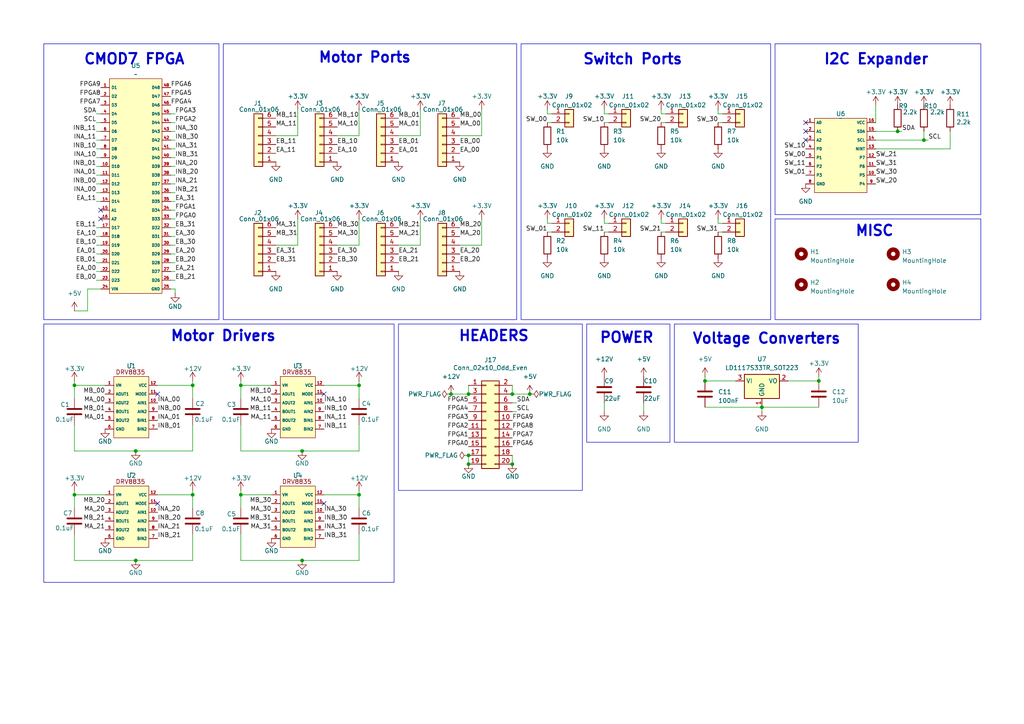
<source format=kicad_sch>
(kicad_sch (version 20231120) (generator "eeschema") (generator_version "8.0")
  (paper "A4")
  (junction (at 69.85 111.76))
  (junction (at 135.89 134.62))
  (junction (at 148.59 114.3))
  (junction (at 153.67 114.3))
  (junction (at 39.37 130.81))
  (junction (at 87.63 130.81))
  (junction (at 69.85 143.51))
  (junction (at 220.98 118.11))
  (junction (at 104.14 143.51))
  (junction (at 104.14 111.76))
  (junction (at 21.59 143.51))
  (junction (at 267.97 40.64))
  (junction (at 204.47 110.49))
  (junction (at 55.88 111.76))
  (junction (at 148.59 134.62))
  (junction (at 130.81 114.3))
  (junction (at 39.37 162.56))
  (junction (at 55.88 143.51))
  (junction (at 237.49 110.49))
  (junction (at 87.63 162.56))
  (junction (at 135.89 114.3))
  (junction (at 21.59 111.76))
  (junction (at 260.35 38.1))
  (junction (at 135.89 132.08))
  (no_connect (at 45.72 114.3))
  (no_connect (at 233.68 35.56))
  (no_connect (at 29.21 63.5))
  (no_connect (at 29.21 60.96))
  (no_connect (at 93.98 114.3))
  (no_connect (at 93.98 146.05))
  (no_connect (at 45.72 146.05))
  (no_connect (at 233.68 38.1))
  (no_connect (at 233.68 40.64))
  (wire (pts (xy 93.98 143.51) (xy 104.14 143.51)))
  (wire (pts (xy 86.36 71.12) (xy 86.36 63.5)))
  (wire (pts (xy 80.01 71.12) (xy 86.36 71.12)))
  (wire (pts (xy 50.8 35.56) (xy 49.53 35.56)))
  (wire (pts (xy 21.59 143.51) (xy 30.48 143.51)))
  (wire (pts (xy 27.94 35.56) (xy 29.21 35.56)))
  (wire (pts (xy 50.8 53.34) (xy 49.53 53.34)))
  (wire (pts (xy 191.77 33.02) (xy 193.04 33.02)))
  (wire (pts (xy 39.37 130.81) (xy 21.59 130.81)))
  (wire (pts (xy 139.7 39.37) (xy 139.7 31.75)))
  (wire (pts (xy 104.14 143.51) (xy 104.14 147.32)))
  (wire (pts (xy 27.94 48.26) (xy 29.21 48.26)))
  (wire (pts (xy 254 40.64) (xy 267.97 40.64)))
  (wire (pts (xy 204.47 118.11) (xy 220.98 118.11)))
  (wire (pts (xy 27.94 50.8) (xy 29.21 50.8)))
  (wire (pts (xy 27.94 78.74) (xy 29.21 78.74)))
  (wire (pts (xy 208.28 35.56) (xy 209.55 35.56)))
  (wire (pts (xy 254 38.1) (xy 260.35 38.1)))
  (wire (pts (xy 27.94 55.88) (xy 29.21 55.88)))
  (wire (pts (xy 158.75 63.5) (xy 158.75 64.77)))
  (wire (pts (xy 49.53 83.82) (xy 50.8 83.82)))
  (wire (pts (xy 158.75 33.02) (xy 160.02 33.02)))
  (wire (pts (xy 175.26 31.75) (xy 175.26 33.02)))
  (wire (pts (xy 130.81 114.3) (xy 135.89 114.3)))
  (wire (pts (xy 104.14 130.81) (xy 87.63 130.81)))
  (wire (pts (xy 50.8 73.66) (xy 49.53 73.66)))
  (wire (pts (xy 148.59 111.76) (xy 148.59 114.3)))
  (wire (pts (xy 158.75 64.77) (xy 160.02 64.77)))
  (wire (pts (xy 69.85 111.76) (xy 69.85 110.49)))
  (wire (pts (xy 50.8 48.26) (xy 49.53 48.26)))
  (wire (pts (xy 27.94 66.04) (xy 29.21 66.04)))
  (wire (pts (xy 50.8 68.58) (xy 49.53 68.58)))
  (wire (pts (xy 115.57 39.37) (xy 121.92 39.37)))
  (wire (pts (xy 50.8 55.88) (xy 49.53 55.88)))
  (wire (pts (xy 27.94 53.34) (xy 29.21 53.34)))
  (wire (pts (xy 27.94 38.1) (xy 29.21 38.1)))
  (wire (pts (xy 55.88 111.76) (xy 55.88 115.57)))
  (wire (pts (xy 97.79 39.37) (xy 104.14 39.37)))
  (wire (pts (xy 69.85 143.51) (xy 78.74 143.51)))
  (wire (pts (xy 104.14 111.76) (xy 104.14 110.49)))
  (wire (pts (xy 50.8 66.04) (xy 49.53 66.04)))
  (wire (pts (xy 121.92 39.37) (xy 121.92 31.75)))
  (wire (pts (xy 87.63 162.56) (xy 69.85 162.56)))
  (wire (pts (xy 175.26 35.56) (xy 176.53 35.56)))
  (wire (pts (xy 149.86 119.38) (xy 148.59 119.38)))
  (wire (pts (xy 55.88 162.56) (xy 39.37 162.56)))
  (wire (pts (xy 133.35 39.37) (xy 139.7 39.37)))
  (wire (pts (xy 69.85 162.56) (xy 69.85 154.94)))
  (wire (pts (xy 87.63 130.81) (xy 69.85 130.81)))
  (wire (pts (xy 21.59 111.76) (xy 21.59 110.49)))
  (wire (pts (xy 104.14 123.19) (xy 104.14 130.81)))
  (wire (pts (xy 69.85 130.81) (xy 69.85 123.19)))
  (wire (pts (xy 121.92 71.12) (xy 121.92 63.5)))
  (wire (pts (xy 208.28 64.77) (xy 209.55 64.77)))
  (wire (pts (xy 27.94 33.02) (xy 29.21 33.02)))
  (wire (pts (xy 175.26 33.02) (xy 176.53 33.02)))
  (wire (pts (xy 25.4 83.82) (xy 29.21 83.82)))
  (wire (pts (xy 50.8 33.02) (xy 49.53 33.02)))
  (wire (pts (xy 158.75 35.56) (xy 160.02 35.56)))
  (wire (pts (xy 135.89 132.08) (xy 135.89 134.62)))
  (wire (pts (xy 148.59 114.3) (xy 153.67 114.3)))
  (wire (pts (xy 27.94 43.18) (xy 29.21 43.18)))
  (wire (pts (xy 55.88 143.51) (xy 55.88 147.32)))
  (wire (pts (xy 86.36 39.37) (xy 86.36 31.75)))
  (wire (pts (xy 50.8 81.28) (xy 49.53 81.28)))
  (wire (pts (xy 50.8 83.82) (xy 50.8 85.09)))
  (wire (pts (xy 104.14 111.76) (xy 104.14 115.57)))
  (wire (pts (xy 104.14 162.56) (xy 87.63 162.56)))
  (wire (pts (xy 175.26 64.77) (xy 176.53 64.77)))
  (wire (pts (xy 45.72 143.51) (xy 55.88 143.51)))
  (wire (pts (xy 275.59 38.1) (xy 275.59 43.18)))
  (wire (pts (xy 21.59 130.81) (xy 21.59 123.19)))
  (wire (pts (xy 208.28 63.5) (xy 208.28 64.77)))
  (wire (pts (xy 135.89 111.76) (xy 135.89 114.3)))
  (wire (pts (xy 27.94 40.64) (xy 29.21 40.64)))
  (wire (pts (xy 27.94 81.28) (xy 29.21 81.28)))
  (wire (pts (xy 191.77 31.75) (xy 191.77 33.02)))
  (wire (pts (xy 254 43.18) (xy 275.59 43.18)))
  (wire (pts (xy 27.94 76.2) (xy 29.21 76.2)))
  (wire (pts (xy 27.94 45.72) (xy 29.21 45.72)))
  (wire (pts (xy 104.14 71.12) (xy 104.14 63.5)))
  (wire (pts (xy 21.59 111.76) (xy 21.59 115.57)))
  (wire (pts (xy 80.01 39.37) (xy 86.36 39.37)))
  (wire (pts (xy 254 30.48) (xy 254 35.56)))
  (wire (pts (xy 49.53 38.1) (xy 50.8 38.1)))
  (wire (pts (xy 49.53 45.72) (xy 50.8 45.72)))
  (wire (pts (xy 50.8 60.96) (xy 49.53 60.96)))
  (wire (pts (xy 149.86 116.84) (xy 148.59 116.84)))
  (wire (pts (xy 208.28 31.75) (xy 208.28 33.02)))
  (wire (pts (xy 55.88 154.94) (xy 55.88 162.56)))
  (wire (pts (xy 39.37 162.56) (xy 21.59 162.56)))
  (wire (pts (xy 208.28 67.31) (xy 209.55 67.31)))
  (wire (pts (xy 69.85 111.76) (xy 69.85 115.57)))
  (wire (pts (xy 55.88 111.76) (xy 55.88 110.49)))
  (wire (pts (xy 237.49 109.22) (xy 237.49 110.49)))
  (wire (pts (xy 204.47 110.49) (xy 213.36 110.49)))
  (wire (pts (xy 55.88 123.19) (xy 55.88 130.81)))
  (wire (pts (xy 104.14 143.51) (xy 104.14 142.24)))
  (wire (pts (xy 267.97 38.1) (xy 267.97 40.64)))
  (wire (pts (xy 21.59 111.76) (xy 30.48 111.76)))
  (wire (pts (xy 148.59 132.08) (xy 148.59 134.62)))
  (wire (pts (xy 191.77 64.77) (xy 193.04 64.77)))
  (wire (pts (xy 175.26 116.84) (xy 175.26 119.38)))
  (wire (pts (xy 50.8 63.5) (xy 49.53 63.5)))
  (wire (pts (xy 158.75 31.75) (xy 158.75 33.02)))
  (wire (pts (xy 175.26 63.5) (xy 175.26 64.77)))
  (wire (pts (xy 204.47 109.22) (xy 204.47 110.49)))
  (wire (pts (xy 25.4 90.17) (xy 21.59 90.17)))
  (wire (pts (xy 186.69 116.84) (xy 186.69 119.38)))
  (wire (pts (xy 228.6 110.49) (xy 237.49 110.49)))
  (wire (pts (xy 21.59 162.56) (xy 21.59 154.94)))
  (wire (pts (xy 21.59 143.51) (xy 21.59 147.32)))
  (wire (pts (xy 50.8 58.42) (xy 49.53 58.42)))
  (wire (pts (xy 55.88 130.81) (xy 39.37 130.81)))
  (wire (pts (xy 45.72 111.76) (xy 55.88 111.76)))
  (wire (pts (xy 158.75 67.31) (xy 160.02 67.31)))
  (wire (pts (xy 27.94 68.58) (xy 29.21 68.58)))
  (wire (pts (xy 69.85 143.51) (xy 69.85 147.32)))
  (wire (pts (xy 220.98 118.11) (xy 237.49 118.11)))
  (wire (pts (xy 49.53 43.18) (xy 50.8 43.18)))
  (wire (pts (xy 50.8 76.2) (xy 49.53 76.2)))
  (wire (pts (xy 220.98 118.11) (xy 220.98 119.38)))
  (wire (pts (xy 115.57 71.12) (xy 121.92 71.12)))
  (wire (pts (xy 69.85 111.76) (xy 78.74 111.76)))
  (wire (pts (xy 27.94 58.42) (xy 29.21 58.42)))
  (wire (pts (xy 25.4 90.17) (xy 25.4 83.82)))
  (wire (pts (xy 191.77 63.5) (xy 191.77 64.77)))
  (wire (pts (xy 267.97 40.64) (xy 269.24 40.64)))
  (wire (pts (xy 50.8 71.12) (xy 49.53 71.12)))
  (wire (pts (xy 49.53 40.64) (xy 50.8 40.64)))
  (wire (pts (xy 21.59 143.51) (xy 21.59 142.24)))
  (wire (pts (xy 104.14 154.94) (xy 104.14 162.56)))
  (wire (pts (xy 191.77 67.31) (xy 193.04 67.31)))
  (wire (pts (xy 93.98 111.76) (xy 104.14 111.76)))
  (wire (pts (xy 27.94 73.66) (xy 29.21 73.66)))
  (wire (pts (xy 208.28 33.02) (xy 209.55 33.02)))
  (wire (pts (xy 175.26 67.31) (xy 176.53 67.31)))
  (wire (pts (xy 27.94 71.12) (xy 29.21 71.12)))
  (wire (pts (xy 50.8 50.8) (xy 49.53 50.8)))
  (wire (pts (xy 97.79 71.12) (xy 104.14 71.12)))
  (wire (pts (xy 139.7 71.12) (xy 139.7 63.5)))
  (wire (pts (xy 69.85 143.51) (xy 69.85 142.24)))
  (wire (pts (xy 133.35 71.12) (xy 139.7 71.12)))
  (wire (pts (xy 191.77 35.56) (xy 193.04 35.56)))
  (wire (pts (xy 260.35 38.1) (xy 261.62 38.1)))
  (wire (pts (xy 55.88 143.51) (xy 55.88 142.24)))
  (wire (pts (xy 104.14 39.37) (xy 104.14 31.75)))
  (wire (pts (xy 50.8 78.74) (xy 49.53 78.74)))
  (rectangle (start 12.7 12.7) (end 63.5 92.71))
  (rectangle (start 224.79 63.5) (end 284.48 92.71))
  (rectangle (start 224.79 12.7) (end 284.48 62.23))
  (rectangle (start 12.7 93.98) (end 114.3 168.91))
  (rectangle (start 195.58 93.98) (end 248.92 128.27))
  (rectangle (start 64.77 12.7) (end 149.86 92.71))
  (rectangle (start 151.13 12.7) (end 223.52 92.71))
  (rectangle (start 115.57 93.98) (end 168.91 142.24))
  (rectangle (start 170.18 93.98) (end 194.31 128.27))
  (text "CMOD7 FPGA" (at 24.13 19.05 0) (effects (font (size 3 3) (thickness 0.6) (bold yes)) (justify left bottom)))
  (text "Voltage Converters" (at 200.66 100.076 0) (effects (font (size 3 3) (thickness 0.6) (bold yes)) (justify left bottom)))
  (text "I2C Expander" (at 238.76 19.05 0) (effects (font (size 3 3) (thickness 0.6) (bold yes)) (justify left bottom)))
  (text "Motor Ports" (at 92.202 18.542 0) (effects (font (size 3 3) (thickness 0.6) (bold yes)) (justify left bottom)))
  (text "Switch Ports" (at 168.91 19.05 0) (effects (font (size 3 3) (thickness 0.6) (bold yes)) (justify left bottom)))
  (text "POWER" (at 173.736 99.822 0) (effects (font (size 3 3) (thickness 0.6) (bold yes)) (justify left bottom)))
  (text "MISC" (at 247.904 68.834 0) (effects (font (size 3 3) (thickness 0.6) (bold yes)) (justify left bottom)))
  (text "Motor Drivers" (at 49.276 99.314 0) (effects (font (size 3 3) (thickness 0.6) (bold yes)) (justify left bottom)))
  (text "HEADERS\n" (at 132.842 99.314 0) (effects (font (size 3 3) (thickness 0.6) (bold yes)) (justify left bottom)))
  (label "SW_30" (at 208.28 35.56 180))
  (label "FPGA4" (at 49.53 30.48 0))
  (label "MB_21" (at 30.48 151.13 180))
  (label "EA_10" (at 97.79 44.45 0))
  (label "MA_00" (at 133.35 36.83 0))
  (label "INA_30" (at 50.8 38.1 0))
  (label "FPGA5" (at 49.53 27.94 0))
  (label "INA_20" (at 45.72 148.59 0))
  (label "MB_31" (at 78.74 151.13 180))
  (label "SW_01" (at 158.75 67.31 180))
  (label "FPGA1" (at 50.8 60.96 0))
  (label "FPGA5" (at 135.89 116.84 180))
  (label "EB_30" (at 50.8 71.12 0))
  (label "EA_31" (at 50.8 58.42 0))
  (label "MA_11" (at 80.01 36.83 0))
  (label "INB_01" (at 45.72 124.46 0))
  (label "MA_30" (at 97.79 68.58 0))
  (label "EB_11" (at 27.94 66.04 180))
  (label "FPGA7" (at 29.21 30.48 180))
  (label "EA_30" (at 97.79 73.66 0))
  (label "MB_01" (at 30.48 119.38 180))
  (label "EA_21" (at 50.8 78.74 0))
  (label "MA_11" (at 78.74 121.92 180))
  (label "MB_31" (at 80.01 68.58 0))
  (label "INB_00" (at 27.94 53.34 180))
  (label "MA_00" (at 30.48 116.84 180))
  (label "SW_01" (at 233.68 50.8 180))
  (label "INA_10" (at 27.94 45.72 180))
  (label "SW_20" (at 254 53.34 0))
  (label "EA_01" (at 115.57 44.45 0))
  (label "SW_30" (at 254 50.8 0))
  (label "FPGA8" (at 29.21 27.94 180))
  (label "INA_00" (at 45.72 116.84 0))
  (label "EA_01" (at 27.94 73.66 180))
  (label "MB_20" (at 30.48 146.05 180))
  (label "SCL" (at 149.86 119.38 0))
  (label "MA_01" (at 115.57 36.83 0))
  (label "MA_10" (at 78.74 116.84 180))
  (label "EB_31" (at 50.8 66.04 0))
  (label "INB_20" (at 50.8 50.8 0))
  (label "INA_31" (at 93.98 153.67 0))
  (label "FPGA9" (at 29.21 25.4 180))
  (label "MA_01" (at 30.48 121.92 180))
  (label "FPGA1" (at 135.89 127 180))
  (label "INB_31" (at 93.98 156.21 0))
  (label "INB_01" (at 27.94 48.26 180))
  (label "INA_00" (at 27.94 55.88 180))
  (label "EB_31" (at 80.01 76.2 0))
  (label "EA_31" (at 80.01 73.66 0))
  (label "SW_21" (at 191.77 67.31 180))
  (label "EB_30" (at 97.79 76.2 0))
  (label "FPGA2" (at 50.8 35.56 0))
  (label "EB_21" (at 50.8 81.28 0))
  (label "INA_01" (at 45.72 121.92 0))
  (label "INB_11" (at 27.94 38.1 180))
  (label "MA_21" (at 30.48 153.67 180))
  (label "MA_21" (at 115.57 68.58 0))
  (label "FPGA0" (at 50.8 63.5 0))
  (label "EB_10" (at 27.94 71.12 180))
  (label "EB_21" (at 115.57 76.2 0))
  (label "SW_10" (at 233.68 43.18 180))
  (label "FPGA6" (at 148.59 129.54 0))
  (label "INB_00" (at 45.72 119.38 0))
  (label "EB_00" (at 27.94 81.28 180))
  (label "SCL" (at 269.24 40.64 0))
  (label "INA_01" (at 27.94 50.8 180))
  (label "MB_10" (at 78.74 114.3 180))
  (label "EB_01" (at 27.94 76.2 180))
  (label "EA_20" (at 50.8 73.66 0))
  (label "SW_00" (at 158.75 35.56 180))
  (label "SW_00" (at 233.68 45.72 180))
  (label "MB_30" (at 97.79 66.04 0))
  (label "MB_11" (at 78.74 119.38 180))
  (label "FPGA0" (at 135.89 129.54 180))
  (label "EA_20" (at 133.35 73.66 0))
  (label "SDA" (at 149.86 116.84 0))
  (label "EA_11" (at 80.01 44.45 0))
  (label "EB_20" (at 50.8 76.2 0))
  (label "SDA" (at 27.94 33.02 180))
  (label "EA_21" (at 115.57 73.66 0))
  (label "EA_10" (at 27.94 68.58 180))
  (label "FPGA2" (at 135.89 124.46 180))
  (label "EB_20" (at 133.35 76.2 0))
  (label "INA_21" (at 45.72 153.67 0))
  (label "INA_10" (at 93.98 116.84 0))
  (label "INA_11" (at 27.94 40.64 180))
  (label "SW_20" (at 191.77 35.56 180))
  (label "MA_20" (at 30.48 148.59 180))
  (label "MB_10" (at 97.79 34.29 0))
  (label "INA_31" (at 50.8 43.18 0))
  (label "MB_20" (at 133.35 66.04 0))
  (label "INA_11" (at 93.98 121.92 0))
  (label "INB_20" (at 45.72 151.13 0))
  (label "INB_10" (at 27.94 43.18 180))
  (label "FPGA8" (at 148.59 124.46 0))
  (label "INA_21" (at 50.8 53.34 0))
  (label "MB_00" (at 133.35 34.29 0))
  (label "SW_31" (at 208.28 67.31 180))
  (label "INB_21" (at 50.8 55.88 0))
  (label "EA_30" (at 50.8 68.58 0))
  (label "MB_01" (at 115.57 34.29 0))
  (label "INB_30" (at 93.98 151.13 0))
  (label "EB_01" (at 115.57 41.91 0))
  (label "SCL" (at 27.94 35.56 180))
  (label "SW_31" (at 254 48.26 0))
  (label "SW_11" (at 233.68 48.26 180))
  (label "EB_10" (at 97.79 41.91 0))
  (label "MA_30" (at 78.74 148.59 180))
  (label "EB_11" (at 80.01 41.91 0))
  (label "SW_21" (at 254 45.72 0))
  (label "EA_11" (at 27.94 58.42 180))
  (label "FPGA4" (at 135.89 119.38 180))
  (label "MA_31" (at 80.01 66.04 0))
  (label "MB_00" (at 30.48 114.3 180))
  (label "INA_20" (at 50.8 48.26 0))
  (label "EA_00" (at 27.94 78.74 180))
  (label "MB_11" (at 80.01 34.29 0))
  (label "FPGA7" (at 148.59 127 0))
  (label "INB_31" (at 50.8 45.72 0))
  (label "FPGA3" (at 135.89 121.92 180))
  (label "SW_11" (at 175.26 67.31 180))
  (label "EB_00" (at 133.35 41.91 0))
  (label "SDA" (at 261.62 38.1 0))
  (label "MB_21" (at 115.57 66.04 0))
  (label "INB_11" (at 93.98 124.46 0))
  (label "MA_10" (at 97.79 36.83 0))
  (label "INB_10" (at 93.98 119.38 0))
  (label "INB_30" (at 50.8 40.64 0))
  (label "INB_21" (at 45.72 156.21 0))
  (label "MB_30" (at 78.74 146.05 180))
  (label "SW_10" (at 175.26 35.56 180))
  (label "FPGA9" (at 148.59 121.92 0))
  (label "FPGA6" (at 49.53 25.4 0))
  (label "MA_20" (at 133.35 68.58 0))
  (label "INA_30" (at 93.98 148.59 0))
  (label "FPGA3" (at 50.8 33.02 0))
  (label "MA_31" (at 78.74 153.67 180))
  (label "EA_00" (at 133.35 44.45 0))
  (symbol (lib_id "power:+3.3V") (at 191.77 63.5 0) (unit 1)
    (property "Reference" "#PWR027" (effects (hide yes)))
    (property "Value" "+3.3V" (at 191.77 59.69 0))
    (property "Description" "Power symbol creates a global label with name \"+3.3V\"" (effects (hide yes)))
  )
  (symbol (lib_id "Device:R") (at 158.75 71.12 0) (unit 1)
    (property "Reference" "R2" (at 161.29 69.8499 0) (effects (justify left)))
    (property "Value" "10k" (at 161.29 72.3899 0) (effects (justify left)))
    (property "Footprint" "Resistor_SMD:R_0603_1608Metric_Pad0.98x0.95mm_HandSolder" (effects (hide yes)))
    (property "Description" "Resistor" (effects (hide yes)))
  )
  (symbol (lib_id "Connector_Generic:Conn_01x02") (at 214.63 33.02 0) (unit 1)
    (property "Reference" "J15" (at 213.36 27.94 0) (effects (justify left)))
    (property "Value" "Conn_01x02" (at 209.55 30.48 0) (effects (justify left)))
    (property "Footprint" "Connector_JST:JST_GH_SM02B-GHS-TB_1x02-1MP_P1.25mm_Horizontal" (effects (hide yes)))
    (property "Description" "Generic connector, single row, 01x02, script generated (kicad-library-utils/schlib/autogen/connector/)" (effects (hide yes)))
  )
  (symbol (lib_id "power:+3.3V") (at 158.75 63.5 0) (unit 1)
    (property "Reference" "#PWR019" (effects (hide yes)))
    (property "Value" "+3.3V" (at 158.75 59.69 0))
    (property "Description" "Power symbol creates a global label with name \"+3.3V\"" (effects (hide yes)))
  )
  (symbol (lib_id "power:GND") (at 208.28 74.93 0) (unit 1)
    (property "Reference" "#PWR032" (effects (hide yes)))
    (property "Value" "GND" (at 208.28 80.01 0))
    (property "Description" "Power symbol creates a global label with name \"GND\" , ground" (effects (hide yes)))
  )
  (symbol (lib_id "power:+3.3V") (at 86.36 31.75 0) (mirror y) (unit 1)
    (property "Reference" "#PWR03" (effects (hide yes)))
    (property "Value" "+3.3V" (at 86.36 27.94 0))
    (property "Description" "Power symbol creates a global label with name \"+3.3V\"" (effects (hide yes)))
  )
  (symbol (lib_id "Device:R") (at 175.26 39.37 0) (unit 1)
    (property "Reference" "R3" (at 177.8 38.0999 0) (effects (justify left)))
    (property "Value" "10k" (at 177.8 40.6399 0) (effects (justify left)))
    (property "Footprint" "Resistor_SMD:R_0603_1608Metric_Pad0.98x0.95mm_HandSolder" (effects (hide yes)))
    (property "Description" "Resistor" (effects (hide yes)))
  )
  (symbol (lib_id "RiskyBear:DRV8835") (at 38.1 109.22 0) (unit 1)
    (property "Reference" "U1" (at 38.1 106.172 0))
    (property "Value" "~" (at 38.1 105.41 0))
    (property "Footprint" "Package_DFN_QFN:TDFN-12_2x3mm_P0.5mm" (effects (hide yes)))
  )
  (symbol (lib_id "RiskyBear:DRV8835") (at 38.1 140.97 0) (unit 1)
    (property "Reference" "U2" (at 38.1 137.922 0))
    (property "Value" "~" (at 38.1 137.16 0))
    (property "Footprint" "Package_DFN_QFN:TDFN-12_2x3mm_P0.5mm" (effects (hide yes)))
  )
  (symbol (lib_id "Connector_Generic:Conn_01x06") (at 74.93 41.91 180) (unit 1)
    (property "Reference" "J1" (at 75.946 29.972 0) (effects (justify left)))
    (property "Value" "Conn_01x06" (at 81.026 31.75 0) (effects (justify left)))
    (property "Footprint" "Connector_JST:JST_SH_BM06B-SRSS-TB_1x06-1MP_P1.00mm_Vertical" (effects (hide yes)))
    (property "Description" "Generic connector, single row, 01x06, script generated (kicad-library-utils/schlib/autogen/connector/)" (effects (hide yes)))
  )
  (symbol (lib_id "power:+5V") (at 186.69 109.22 0) (unit 1)
    (property "Reference" "#PWR067" (effects (hide yes)))
    (property "Value" "+5V" (at 186.69 104.14 0))
    (property "Description" "Power symbol creates a global label with name \"+5V\"" (effects (hide yes)))
  )
  (symbol (lib_id "Device:C") (at 104.14 119.38 0) (unit 1)
    (property "Reference" "C4" (at 104.902 117.094 0) (effects (justify left)))
    (property "Value" "0.1uF" (at 104.648 121.666 0) (effects (justify left)))
    (property "Footprint" "Capacitor_SMD:C_0805_2012Metric" (effects (hide yes)))
    (property "Description" "Unpolarized capacitor" (effects (hide yes)))
  )
  (symbol (lib_id "Connector_Generic:Conn_01x06") (at 128.27 41.91 180) (unit 1)
    (property "Reference" "J7" (at 129.286 29.972 0) (effects (justify left)))
    (property "Value" "Conn_01x06" (at 134.366 31.75 0) (effects (justify left)))
    (property "Footprint" "Connector_JST:JST_SH_BM06B-SRSS-TB_1x06-1MP_P1.00mm_Vertical" (effects (hide yes)))
    (property "Description" "Generic connector, single row, 01x06, script generated (kicad-library-utils/schlib/autogen/connector/)" (effects (hide yes)))
  )
  (symbol (lib_id "power:GND") (at 115.57 46.99 0) (mirror y) (unit 1)
    (property "Reference" "#PWR09" (effects (hide yes)))
    (property "Value" "GND" (at 115.57 52.07 0))
    (property "Description" "Power symbol creates a global label with name \"GND\" , ground" (effects (hide yes)))
  )
  (symbol (lib_id "power:+3.3V") (at 275.59 30.48 0) (unit 1)
    (property "Reference" "#PWR055" (effects (hide yes)))
    (property "Value" "+3.3V" (at 275.59 26.67 0))
    (property "Description" "Power symbol creates a global label with name \"+3.3V\"" (effects (hide yes)))
  )
  (symbol (lib_id "power:+3.3V") (at 254 30.48 0) (unit 1)
    (property "Reference" "#PWR052" (effects (hide yes)))
    (property "Value" "+3.3V" (at 254 26.67 0))
    (property "Description" "Power symbol creates a global label with name \"+3.3V\"" (effects (hide yes)))
  )
  (symbol (lib_id "power:+5V") (at 153.67 114.3 0) (unit 1)
    (property "Reference" "#PWR044" (effects (hide yes)))
    (property "Value" "+5V" (at 153.67 109.22 0))
    (property "Description" "Power symbol creates a global label with name \"+5V\"" (effects (hide yes)))
  )
  (symbol (lib_id "power:+3.3V") (at 175.26 63.5 0) (unit 1)
    (property "Reference" "#PWR023" (effects (hide yes)))
    (property "Value" "+3.3V" (at 175.26 59.69 0))
    (property "Description" "Power symbol creates a global label with name \"+3.3V\"" (effects (hide yes)))
  )
  (symbol (lib_id "power:+3.3V") (at 175.26 31.75 0) (unit 1)
    (property "Reference" "#PWR021" (effects (hide yes)))
    (property "Value" "+3.3V" (at 175.26 27.94 0))
    (property "Description" "Power symbol creates a global label with name \"+3.3V\"" (effects (hide yes)))
  )
  (symbol (lib_id "power:GND") (at 133.35 78.74 0) (mirror y) (unit 1)
    (property "Reference" "#PWR014" (effects (hide yes)))
    (property "Value" "GND" (at 133.35 83.82 0))
    (property "Description" "Power symbol creates a global label with name \"GND\" , ground" (effects (hide yes)))
  )
  (symbol (lib_id "power:GND") (at 175.26 74.93 0) (unit 1)
    (property "Reference" "#PWR024" (effects (hide yes)))
    (property "Value" "GND" (at 175.26 80.01 0))
    (property "Description" "Power symbol creates a global label with name \"GND\" , ground" (effects (hide yes)))
  )
  (symbol (lib_id "Connector_Generic:Conn_01x06") (at 128.27 73.66 180) (unit 1)
    (property "Reference" "J8" (at 129.286 61.722 0) (effects (justify left)))
    (property "Value" "Conn_01x06" (at 134.366 63.5 0) (effects (justify left)))
    (property "Footprint" "Connector_JST:JST_SH_BM06B-SRSS-TB_1x06-1MP_P1.00mm_Vertical" (effects (hide yes)))
    (property "Description" "Generic connector, single row, 01x06, script generated (kicad-library-utils/schlib/autogen/connector/)" (effects (hide yes)))
  )
  (symbol (lib_id "power:GND") (at 39.37 162.56 0) (unit 1)
    (property "Reference" "#PWR072" (effects (hide yes)))
    (property "Value" "GND" (at 39.37 166.116 0))
    (property "Description" "Power symbol creates a global label with name \"GND\" , ground" (effects (hide yes)))
  )
  (symbol (lib_id "power:+12V") (at 104.14 110.49 0) (unit 1)
    (property "Reference" "#PWR047" (effects (hide yes)))
    (property "Value" "+12V" (at 104.14 106.934 0))
    (property "Description" "Power symbol creates a global label with name \"+12V\"" (effects (hide yes)))
  )
  (symbol (lib_id "Device:C") (at 55.88 119.38 0) (unit 1)
    (property "Reference" "C2" (at 56.642 117.094 0) (effects (justify left)))
    (property "Value" "0.1uF" (at 56.388 121.666 0) (effects (justify left)))
    (property "Footprint" "Capacitor_SMD:C_0805_2012Metric" (effects (hide yes)))
    (property "Description" "Unpolarized capacitor" (effects (hide yes)))
  )
  (symbol (lib_id "Connector_Generic:Conn_01x02") (at 198.12 33.02 0) (unit 1)
    (property "Reference" "J13" (at 196.85 27.94 0) (effects (justify left)))
    (property "Value" "Conn_01x02" (at 193.04 30.48 0) (effects (justify left)))
    (property "Footprint" "Connector_JST:JST_GH_SM02B-GHS-TB_1x02-1MP_P1.25mm_Horizontal" (effects (hide yes)))
    (property "Description" "Generic connector, single row, 01x02, script generated (kicad-library-utils/schlib/autogen/connector/)" (effects (hide yes)))
  )
  (symbol (lib_id "Device:C") (at 69.85 151.13 0) (unit 1)
    (property "Reference" "C5" (at 65.786 149.098 0) (effects (justify left)))
    (property "Value" "0.1uF" (at 64.262 153.416 0) (effects (justify left)))
    (property "Footprint" "Capacitor_SMD:C_0805_2012Metric" (effects (hide yes)))
    (property "Description" "Unpolarized capacitor" (effects (hide yes)))
  )
  (symbol (lib_id "Connector_Generic:Conn_01x06") (at 92.71 73.66 180) (unit 1)
    (property "Reference" "J4" (at 93.726 61.722 0) (effects (justify left)))
    (property "Value" "Conn_01x06" (at 98.806 63.5 0) (effects (justify left)))
    (property "Footprint" "Connector_JST:JST_SH_BM06B-SRSS-TB_1x06-1MP_P1.00mm_Vertical" (effects (hide yes)))
    (property "Description" "Generic connector, single row, 01x06, script generated (kicad-library-utils/schlib/autogen/connector/)" (effects (hide yes)))
  )
  (symbol (lib_id "Device:C") (at 55.88 151.13 0) (unit 1)
    (property "Reference" "C8" (at 56.642 148.844 0) (effects (justify left)))
    (property "Value" "0.1uF" (at 56.388 153.416 0) (effects (justify left)))
    (property "Footprint" "Capacitor_SMD:C_0805_2012Metric" (effects (hide yes)))
    (property "Description" "Unpolarized capacitor" (effects (hide yes)))
  )
  (symbol (lib_id "power:GND") (at 233.68 53.34 0) (unit 1)
    (property "Reference" "#PWR051" (effects (hide yes)))
    (property "Value" "GND" (at 233.68 58.42 0))
    (property "Description" "Power symbol creates a global label with name \"GND\" , ground" (effects (hide yes)))
  )
  (symbol (lib_id "Device:R") (at 158.75 39.37 0) (unit 1)
    (property "Reference" "R1" (at 161.29 38.0999 0) (effects (justify left)))
    (property "Value" "10k" (at 161.29 40.6399 0) (effects (justify left)))
    (property "Footprint" "Resistor_SMD:R_0603_1608Metric_Pad0.98x0.95mm_HandSolder" (effects (hide yes)))
    (property "Description" "Resistor" (effects (hide yes)))
  )
  (symbol (lib_id "Connector_Generic:Conn_01x06") (at 110.49 41.91 180) (unit 1)
    (property "Reference" "J5" (at 111.506 29.972 0) (effects (justify left)))
    (property "Value" "Conn_01x06" (at 116.586 31.75 0) (effects (justify left)))
    (property "Footprint" "Connector_JST:JST_SH_BM06B-SRSS-TB_1x06-1MP_P1.00mm_Vertical" (effects (hide yes)))
    (property "Description" "Generic connector, single row, 01x06, script generated (kicad-library-utils/schlib/autogen/connector/)" (effects (hide yes)))
  )
  (symbol (lib_id "Connector_Generic:Conn_01x06") (at 74.93 73.66 180) (unit 1)
    (property "Reference" "J2" (at 75.946 61.722 0) (effects (justify left)))
    (property "Value" "Conn_01x06" (at 81.026 63.5 0) (effects (justify left)))
    (property "Footprint" "Connector_JST:JST_SH_BM06B-SRSS-TB_1x06-1MP_P1.00mm_Vertical" (effects (hide yes)))
    (property "Description" "Generic connector, single row, 01x06, script generated (kicad-library-utils/schlib/autogen/connector/)" (effects (hide yes)))
  )
  (symbol (lib_id "Device:R") (at 267.97 34.29 0) (unit 1)
    (property "Reference" "R10" (at 267.97 30.734 0) (effects (justify left)))
    (property "Value" "2.2k" (at 269.748 32.512 0) (effects (justify left)))
    (property "Footprint" "Resistor_SMD:R_0603_1608Metric_Pad0.98x0.95mm_HandSolder" (effects (hide yes)))
    (property "Description" "Resistor" (effects (hide yes)))
  )
  (symbol (lib_id "power:GND") (at 80.01 78.74 0) (mirror y) (unit 1)
    (property "Reference" "#PWR02" (effects (hide yes)))
    (property "Value" "GND" (at 80.01 83.82 0))
    (property "Description" "Power symbol creates a global label with name \"GND\" , ground" (effects (hide yes)))
  )
  (symbol (lib_id "Connector_Generic:Conn_02x10_Odd_Even") (at 140.97 121.92 0) (unit 1)
    (property "Reference" "J17" (at 142.24 104.394 0))
    (property "Value" "Conn_02x10_Odd_Even" (at 142.24 106.68 0))
    (property "Footprint" "Connector_PinSocket_2.54mm:PinSocket_2x10_P2.54mm_Vertical" (effects (hide yes)))
    (property "Description" "Generic connector, double row, 02x10, odd/even pin numbering scheme (row 1 odd numbers, row 2 even numbers), script generated (kicad-library-utils/schlib/autogen/connector/)" (effects (hide yes)))
  )
  (symbol (lib_id "power:GND") (at 97.79 46.99 0) (mirror y) (unit 1)
    (property "Reference" "#PWR05" (effects (hide yes)))
    (property "Value" "GND" (at 97.79 52.07 0))
    (property "Description" "Power symbol creates a global label with name \"GND\" , ground" (effects (hide yes)))
  )
  (symbol (lib_id "Device:C") (at 21.59 119.38 0) (unit 1)
    (property "Reference" "C1" (at 17.526 117.348 0) (effects (justify left)))
    (property "Value" "0.1uF" (at 16.002 121.666 0) (effects (justify left)))
    (property "Footprint" "Capacitor_SMD:C_0805_2012Metric" (effects (hide yes)))
    (property "Description" "Unpolarized capacitor" (effects (hide yes)))
  )
  (symbol (lib_id "Regulator_Linear:LD1117S33TR_SOT223") (at 220.98 110.49 0) (unit 1)
    (property "Reference" "U7" (at 220.98 104.14 0))
    (property "Value" "LD1117S33TR_SOT223" (at 220.98 106.68 0))
    (property "Footprint" "Package_TO_SOT_SMD:SOT-223-3_TabPin2" (effects (hide yes)))
    (property "Datasheet" "http://www.st.com/st-web-ui/static/active/en/resource/technical/document/datasheet/CD00000544.pdf" (effects (hide yes)))
    (property "Description" "800mA Fixed Low Drop Positive Voltage Regulator, Fixed Output 3.3V, SOT-223" (effects (hide yes)))
  )
  (symbol (lib_id "Connector_Generic:Conn_01x02") (at 198.12 64.77 0) (unit 1)
    (property "Reference" "J14" (at 196.85 59.69 0) (effects (justify left)))
    (property "Value" "Conn_01x02" (at 193.04 62.23 0) (effects (justify left)))
    (property "Footprint" "Connector_JST:JST_GH_SM02B-GHS-TB_1x02-1MP_P1.25mm_Horizontal" (effects (hide yes)))
    (property "Description" "Generic connector, single row, 01x02, script generated (kicad-library-utils/schlib/autogen/connector/)" (effects (hide yes)))
  )
  (symbol (lib_id "Device:C") (at 204.47 114.3 0) (unit 1)
    (property "Reference" "C11" (at 208.28 113.665 0) (effects (justify left)))
    (property "Value" "100nF" (at 208.28 116.205 0) (effects (justify left)))
    (property "Footprint" "Capacitor_SMD:C_0805_2012Metric" (effects (hide yes)))
    (property "Description" "Unpolarized capacitor" (effects (hide yes)))
  )
  (symbol (lib_id "power:+3.3V") (at 69.85 110.49 0) (unit 1)
    (property "Reference" "#PWR039" (effects (hide yes)))
    (property "Value" "+3.3V" (at 69.85 106.934 0))
    (property "Description" "Power symbol creates a global label with name \"+3.3V\"" (effects (hide yes)))
  )
  (symbol (lib_id "Mechanical:MountingHole") (at 232.41 82.55 0) (unit 1)
    (property "Reference" "H2" (at 234.95 81.915 0) (effects (justify left)))
    (property "Value" "MountingHole" (at 234.95 84.455 0) (effects (justify left)))
    (property "Footprint" "MountingHole:MountingHole_3.2mm_M3" (effects (hide yes)))
    (property "Description" "Mounting Hole without connection" (effects (hide yes)))
  )
  (symbol (lib_id "power:+3.3V") (at 121.92 63.5 0) (mirror y) (unit 1)
    (property "Reference" "#PWR012" (effects (hide yes)))
    (property "Value" "+3.3V" (at 121.92 59.69 0))
    (property "Description" "Power symbol creates a global label with name \"+3.3V\"" (effects (hide yes)))
  )
  (symbol (lib_id "power:GND") (at 87.63 130.81 0) (unit 1)
    (property "Reference" "#PWR040" (effects (hide yes)))
    (property "Value" "GND" (at 87.63 134.366 0))
    (property "Description" "Power symbol creates a global label with name \"GND\" , ground" (effects (hide yes)))
  )
  (symbol (lib_id "power:+3.3V") (at 104.14 63.5 0) (mirror y) (unit 1)
    (property "Reference" "#PWR08" (effects (hide yes)))
    (property "Value" "+3.3V" (at 104.14 59.69 0))
    (property "Description" "Power symbol creates a global label with name \"+3.3V\"" (effects (hide yes)))
  )
  (symbol (lib_id "Mechanical:MountingHole") (at 259.08 73.66 0) (unit 1)
    (property "Reference" "H3" (at 261.62 73.025 0) (effects (justify left)))
    (property "Value" "MountingHole" (at 261.62 75.565 0) (effects (justify left)))
    (property "Footprint" "MountingHole:MountingHole_3.2mm_M3" (effects (hide yes)))
    (property "Description" "Mounting Hole without connection" (effects (hide yes)))
  )
  (symbol (lib_id "Device:C") (at 186.69 113.03 0) (unit 1)
    (property "Reference" "C10" (at 186.69 110.49 0) (effects (justify left)))
    (property "Value" "22uF" (at 186.69 115.57 0) (effects (justify left)))
    (property "Footprint" "Capacitor_THT:CP_Radial_D5.0mm_P2.00mm" (effects (hide yes)))
    (property "Description" "Unpolarized capacitor" (effects (hide yes)))
  )
  (symbol (lib_id "power:+5V") (at 204.47 109.22 0) (unit 1)
    (property "Reference" "#PWR064" (effects (hide yes)))
    (property "Value" "+5V" (at 204.47 104.14 0))
    (property "Description" "Power symbol creates a global label with name \"+5V\"" (effects (hide yes)))
  )
  (symbol (lib_id "power:GND") (at 191.77 74.93 0) (unit 1)
    (property "Reference" "#PWR028" (effects (hide yes)))
    (property "Value" "GND" (at 191.77 80.01 0))
    (property "Description" "Power symbol creates a global label with name \"GND\" , ground" (effects (hide yes)))
  )
  (symbol (lib_id "Connector_Generic:Conn_01x02") (at 214.63 64.77 0) (unit 1)
    (property "Reference" "J16" (at 213.36 59.69 0) (effects (justify left)))
    (property "Value" "Conn_01x02" (at 209.55 62.23 0) (effects (justify left)))
    (property "Footprint" "Connector_JST:JST_GH_SM02B-GHS-TB_1x02-1MP_P1.25mm_Horizontal" (effects (hide yes)))
    (property "Description" "Generic connector, single row, 01x02, script generated (kicad-library-utils/schlib/autogen/connector/)" (effects (hide yes)))
  )
  (symbol (lib_id "power:GND") (at 87.63 162.56 0) (unit 1)
    (property "Reference" "#PWR056" (effects (hide yes)))
    (property "Value" "GND" (at 87.63 166.116 0))
    (property "Description" "Power symbol creates a global label with name \"GND\" , ground" (effects (hide yes)))
  )
  (symbol (lib_id "RiskyBear:DRV8835") (at 86.36 109.22 0) (unit 1)
    (property "Reference" "U3" (at 86.36 106.172 0))
    (property "Value" "~" (at 86.36 105.41 0))
    (property "Footprint" "Package_DFN_QFN:TDFN-12_2x3mm_P0.5mm" (effects (hide yes)))
  )
  (symbol (lib_id "power:GND") (at 97.79 78.74 0) (mirror y) (unit 1)
    (property "Reference" "#PWR06" (effects (hide yes)))
    (property "Value" "GND" (at 97.79 83.82 0))
    (property "Description" "Power symbol creates a global label with name \"GND\" , ground" (effects (hide yes)))
  )
  (symbol (lib_id "power:+12V") (at 130.81 114.3 0) (mirror y) (unit 1)
    (property "Reference" "#PWR041" (effects (hide yes)))
    (property "Value" "+12V" (at 130.81 109.22 0))
    (property "Description" "Power symbol creates a global label with name \"+12V\"" (effects (hide yes)))
  )
  (symbol (lib_id "power:GND") (at 208.28 43.18 0) (unit 1)
    (property "Reference" "#PWR030" (effects (hide yes)))
    (property "Value" "GND" (at 208.28 48.26 0))
    (property "Description" "Power symbol creates a global label with name \"GND\" , ground" (effects (hide yes)))
  )
  (symbol (lib_id "power:GND") (at 175.26 119.38 0) (mirror y) (unit 1)
    (property "Reference" "#PWR068" (effects (hide yes)))
    (property "Value" "GND" (at 175.26 124.46 0))
    (property "Description" "Power symbol creates a global label with name \"GND\" , ground" (effects (hide yes)))
  )
  (symbol (lib_id "power:+3.3V") (at 267.97 30.48 0) (unit 1)
    (property "Reference" "#PWR054" (effects (hide yes)))
    (property "Value" "+3.3V" (at 267.97 26.67 0))
    (property "Description" "Power symbol creates a global label with name \"+3.3V\"" (effects (hide yes)))
  )
  (symbol (lib_id "Device:C") (at 69.85 119.38 0) (unit 1)
    (property "Reference" "C3" (at 65.786 117.348 0) (effects (justify left)))
    (property "Value" "0.1uF" (at 64.262 121.666 0) (effects (justify left)))
    (property "Footprint" "Capacitor_SMD:C_0805_2012Metric" (effects (hide yes)))
    (property "Description" "Unpolarized capacitor" (effects (hide yes)))
  )
  (symbol (lib_id "Device:C") (at 21.59 151.13 0) (unit 1)
    (property "Reference" "C7" (at 18.288 148.844 0) (effects (justify left)))
    (property "Value" "0.1uF" (at 16.002 153.162 0) (effects (justify left)))
    (property "Footprint" "Capacitor_SMD:C_0805_2012Metric" (effects (hide yes)))
    (property "Description" "Unpolarized capacitor" (effects (hide yes)))
  )
  (symbol (lib_id "power:GND") (at 39.37 130.81 0) (unit 1)
    (property "Reference" "#PWR045" (effects (hide yes)))
    (property "Value" "GND" (at 39.37 134.366 0))
    (property "Description" "Power symbol creates a global label with name \"GND\" , ground" (effects (hide yes)))
  )
  (symbol (lib_id "Device:C") (at 104.14 151.13 0) (unit 1)
    (property "Reference" "C6" (at 104.902 148.844 0) (effects (justify left)))
    (property "Value" "0.1uF" (at 104.648 153.416 0) (effects (justify left)))
    (property "Footprint" "Capacitor_SMD:C_0805_2012Metric" (effects (hide yes)))
    (property "Description" "Unpolarized capacitor" (effects (hide yes)))
  )
  (symbol (lib_id "power:PWR_FLAG") (at 135.89 132.08 90) (mirror x) (unit 1)
    (property "Reference" "#FLG02" (effects (hide yes)))
    (property "Value" "PWR_FLAG" (at 132.842 132.08 90) (effects (justify left)))
    (property "Description" "Special symbol for telling ERC where power comes from" (effects (hide yes)))
  )
  (symbol (lib_id "power:GND") (at 220.98 119.38 0) (unit 1)
    (property "Reference" "#PWR065" (effects (hide yes)))
    (property "Value" "GND" (at 220.98 124.46 0))
    (property "Description" "Power symbol creates a global label with name \"GND\" , ground" (effects (hide yes)))
  )
  (symbol (lib_id "Mechanical:MountingHole") (at 232.41 73.66 0) (unit 1)
    (property "Reference" "H1" (at 234.95 73.025 0) (effects (justify left)))
    (property "Value" "MountingHole" (at 234.95 75.565 0) (effects (justify left)))
    (property "Footprint" "MountingHole:MountingHole_3.2mm_M3" (effects (hide yes)))
    (property "Description" "Mounting Hole without connection" (effects (hide yes)))
  )
  (symbol (lib_id "power:+3.3V") (at 104.14 31.75 0) (mirror y) (unit 1)
    (property "Reference" "#PWR07" (effects (hide yes)))
    (property "Value" "+3.3V" (at 104.14 27.94 0))
    (property "Description" "Power symbol creates a global label with name \"+3.3V\"" (effects (hide yes)))
  )
  (symbol (lib_id "power:PWR_FLAG") (at 130.81 114.3 90) (mirror x) (unit 1)
    (property "Reference" "#FLG01" (effects (hide yes)))
    (property "Value" "PWR_FLAG" (at 128.016 114.3 90) (effects (justify left)))
    (property "Description" "Special symbol for telling ERC where power comes from" (effects (hide yes)))
  )
  (symbol (lib_id "power:+3.3V") (at 158.75 31.75 0) (unit 1)
    (property "Reference" "#PWR017" (effects (hide yes)))
    (property "Value" "+3.3V" (at 158.75 27.94 0))
    (property "Description" "Power symbol creates a global label with name \"+3.3V\"" (effects (hide yes)))
  )
  (symbol (lib_id "power:+12V") (at 104.14 142.24 0) (unit 1)
    (property "Reference" "#PWR057" (effects (hide yes)))
    (property "Value" "+12V" (at 104.14 138.684 0))
    (property "Description" "Power symbol creates a global label with name \"+12V\"" (effects (hide yes)))
  )
  (symbol (lib_id "power:GND") (at 158.75 43.18 0) (unit 1)
    (property "Reference" "#PWR018" (effects (hide yes)))
    (property "Value" "GND" (at 158.75 48.26 0))
    (property "Description" "Power symbol creates a global label with name \"GND\" , ground" (effects (hide yes)))
  )
  (symbol (lib_id "power:+12V") (at 55.88 110.49 0) (unit 1)
    (property "Reference" "#PWR046" (effects (hide yes)))
    (property "Value" "+12V" (at 55.88 106.934 0))
    (property "Description" "Power symbol creates a global label with name \"+12V\"" (effects (hide yes)))
  )
  (symbol (lib_id "Device:C") (at 175.26 113.03 0) (unit 1)
    (property "Reference" "C9" (at 175.26 110.49 0) (effects (justify left)))
    (property "Value" "22uF" (at 175.26 115.57 0) (effects (justify left)))
    (property "Footprint" "Capacitor_THT:CP_Radial_D5.0mm_P2.00mm" (effects (hide yes)))
    (property "Description" "Unpolarized capacitor" (effects (hide yes)))
  )
  (symbol (lib_id "power:+3.3V") (at 21.59 110.49 0) (unit 1)
    (property "Reference" "#PWR035" (effects (hide yes)))
    (property "Value" "+3.3V" (at 21.59 106.934 0))
    (property "Description" "Power symbol creates a global label with name \"+3.3V\"" (effects (hide yes)))
  )
  (symbol (lib_id "power:+3.3V") (at 21.59 142.24 0) (unit 1)
    (property "Reference" "#PWR036" (effects (hide yes)))
    (property "Value" "+3.3V" (at 21.59 138.684 0))
    (property "Description" "Power symbol creates a global label with name \"+3.3V\"" (effects (hide yes)))
  )
  (symbol (lib_id "Device:R") (at 191.77 71.12 0) (unit 1)
    (property "Reference" "R6" (at 194.31 69.8499 0) (effects (justify left)))
    (property "Value" "10k" (at 194.31 72.3899 0) (effects (justify left)))
    (property "Footprint" "Resistor_SMD:R_0603_1608Metric_Pad0.98x0.95mm_HandSolder" (effects (hide yes)))
    (property "Description" "Resistor" (effects (hide yes)))
  )
  (symbol (lib_id "power:GND") (at 148.59 134.62 0) (unit 1)
    (property "Reference" "#PWR043" (effects (hide yes)))
    (property "Value" "GND" (at 148.59 138.176 0))
    (property "Description" "Power symbol creates a global label with name \"GND\" , ground" (effects (hide yes)))
  )
  (symbol (lib_id "Connector_Generic:Conn_01x06") (at 92.71 41.91 180) (unit 1)
    (property "Reference" "J3" (at 93.726 29.972 0) (effects (justify left)))
    (property "Value" "Conn_01x06" (at 98.806 31.75 0) (effects (justify left)))
    (property "Footprint" "Connector_JST:JST_SH_BM06B-SRSS-TB_1x06-1MP_P1.00mm_Vertical" (effects (hide yes)))
    (property "Description" "Generic connector, single row, 01x06, script generated (kicad-library-utils/schlib/autogen/connector/)" (effects (hide yes)))
  )
  (symbol (lib_id "Connector_Generic:Conn_01x06") (at 110.49 73.66 180) (unit 1)
    (property "Reference" "J6" (at 111.506 61.722 0) (effects (justify left)))
    (property "Value" "Conn_01x06" (at 116.586 63.5 0) (effects (justify left)))
    (property "Footprint" "Connector_JST:JST_SH_BM06B-SRSS-TB_1x06-1MP_P1.00mm_Vertical" (effects (hide yes)))
    (property "Description" "Generic connector, single row, 01x06, script generated (kicad-library-utils/schlib/autogen/connector/)" (effects (hide yes)))
  )
  (symbol (lib_id "power:GND") (at 186.69 119.38 0) (mirror y) (unit 1)
    (property "Reference" "#PWR069" (effects (hide yes)))
    (property "Value" "GND" (at 186.69 124.46 0))
    (property "Description" "Power symbol creates a global label with name \"GND\" , ground" (effects (hide yes)))
  )
  (symbol (lib_id "Device:R") (at 260.35 34.29 0) (unit 1)
    (property "Reference" "R9" (at 260.604 30.734 0) (effects (justify left)))
    (property "Value" "2.2k" (at 261.874 32.512 0) (effects (justify left)))
    (property "Footprint" "Resistor_SMD:R_0603_1608Metric_Pad0.98x0.95mm_HandSolder" (effects (hide yes)))
    (property "Description" "Resistor" (effects (hide yes)))
  )
  (symbol (lib_id "Connector_Generic:Conn_01x02") (at 165.1 33.02 0) (unit 1)
    (property "Reference" "J9" (at 163.83 27.94 0) (effects (justify left)))
    (property "Value" "Conn_01x02" (at 160.02 30.48 0) (effects (justify left)))
    (property "Footprint" "Connector_JST:JST_GH_SM02B-GHS-TB_1x02-1MP_P1.25mm_Horizontal" (effects (hide yes)))
    (property "Description" "Generic connector, single row, 01x02, script generated (kicad-library-utils/schlib/autogen/connector/)" (effects (hide yes)))
  )
  (symbol (lib_id "Connector_Generic:Conn_01x02") (at 181.61 64.77 0) (unit 1)
    (property "Reference" "J12" (at 180.34 59.69 0) (effects (justify left)))
    (property "Value" "Conn_01x02" (at 176.53 62.23 0) (effects (justify left)))
    (property "Footprint" "Connector_JST:JST_GH_SM02B-GHS-TB_1x02-1MP_P1.25mm_Horizontal" (effects (hide yes)))
    (property "Description" "Generic connector, single row, 01x02, script generated (kicad-library-utils/schlib/autogen/connector/)" (effects (hide yes)))
  )
  (symbol (lib_id "power:GND") (at 30.48 124.46 0) (unit 1)
    (property "Reference" "#PWR034" (effects (hide yes)))
    (property "Value" "GND" (at 30.48 128.016 0))
    (property "Description" "Power symbol creates a global label with name \"GND\" , ground" (effects (hide yes)))
  )
  (symbol (lib_id "power:GND") (at 135.89 134.62 0) (mirror y) (unit 1)
    (property "Reference" "#PWR042" (effects (hide yes)))
    (property "Value" "GND" (at 135.89 138.176 0))
    (property "Description" "Power symbol creates a global label with name \"GND\" , ground" (effects (hide yes)))
  )
  (symbol (lib_id "Device:R") (at 275.59 34.29 0) (unit 1)
    (property "Reference" "R11" (at 277.368 33.1216 0) (effects (justify left)))
    (property "Value" "2.2k" (at 277.368 35.433 0) (effects (justify left)))
    (property "Footprint" "Resistor_SMD:R_0603_1608Metric_Pad0.98x0.95mm_HandSolder" (effects (hide yes)))
    (property "Description" "Resistor" (effects (hide yes)))
  )
  (symbol (lib_id "Device:R") (at 191.77 39.37 0) (unit 1)
    (property "Reference" "R5" (at 194.31 38.0999 0) (effects (justify left)))
    (property "Value" "10k" (at 194.31 40.6399 0) (effects (justify left)))
    (property "Footprint" "Resistor_SMD:R_0603_1608Metric_Pad0.98x0.95mm_HandSolder" (effects (hide yes)))
    (property "Description" "Resistor" (effects (hide yes)))
  )
  (symbol (lib_id "power:+3.3V") (at 208.28 63.5 0) (unit 1)
    (property "Reference" "#PWR031" (effects (hide yes)))
    (property "Value" "+3.3V" (at 208.28 59.69 0))
    (property "Description" "Power symbol creates a global label with name \"+3.3V\"" (effects (hide yes)))
  )
  (symbol (lib_id "CMOD_FPGA:CMOD_A7") (at 31.75 22.86 0) (unit 1)
    (property "Reference" "U5" (at 39.37 19.05 0))
    (property "Value" "~" (at 39.37 21.59 0))
    (property "Footprint" "CMOD_FPGA:CMODA7" (effects (hide yes)))
  )
  (symbol (lib_id "Misc:PCA9534PWR") (at 243.84 34.29 0) (unit 1)
    (property "Reference" "U6" (at 243.84 33.02 0))
    (property "Value" "~" (at 243.84 34.29 0))
    (property "Footprint" "Package_SO:TSSOP-16-1EP_4.4x5mm_P0.65mm" (effects (hide yes)))
  )
  (symbol (lib_id "Connector_Generic:Conn_01x02") (at 165.1 64.77 0) (unit 1)
    (property "Reference" "J10" (at 163.83 59.69 0) (effects (justify left)))
    (property "Value" "Conn_01x02" (at 160.02 62.23 0) (effects (justify left)))
    (property "Footprint" "Connector_JST:JST_GH_SM02B-GHS-TB_1x02-1MP_P1.25mm_Horizontal" (effects (hide yes)))
    (property "Description" "Generic connector, single row, 01x02, script generated (kicad-library-utils/schlib/autogen/connector/)" (effects (hide yes)))
  )
  (symbol (lib_id "power:+3.3V") (at 139.7 63.5 0) (mirror y) (unit 1)
    (property "Reference" "#PWR016" (effects (hide yes)))
    (property "Value" "+3.3V" (at 139.7 59.69 0))
    (property "Description" "Power symbol creates a global label with name \"+3.3V\"" (effects (hide yes)))
  )
  (symbol (lib_id "power:GND") (at 158.75 74.93 0) (unit 1)
    (property "Reference" "#PWR020" (effects (hide yes)))
    (property "Value" "GND" (at 158.75 80.01 0))
    (property "Description" "Power symbol creates a global label with name \"GND\" , ground" (effects (hide yes)))
  )
  (symbol (lib_id "power:+3.3V") (at 237.49 109.22 0) (unit 1)
    (property "Reference" "#PWR066" (effects (hide yes)))
    (property "Value" "+3.3V" (at 237.49 105.41 0))
    (property "Description" "Power symbol creates a global label with name \"+3.3V\"" (effects (hide yes)))
  )
  (symbol (lib_id "power:+12V") (at 175.26 109.22 0) (unit 1)
    (property "Reference" "#PWR071" (effects (hide yes)))
    (property "Value" "+12V" (at 175.26 104.14 0))
    (property "Description" "Power symbol creates a global label with name \"+12V\"" (effects (hide yes)))
  )
  (symbol (lib_id "power:GND") (at 191.77 43.18 0) (unit 1)
    (property "Reference" "#PWR026" (effects (hide yes)))
    (property "Value" "GND" (at 191.77 48.26 0))
    (property "Description" "Power symbol creates a global label with name \"GND\" , ground" (effects (hide yes)))
  )
  (symbol (lib_id "Connector_Generic:Conn_01x02") (at 181.61 33.02 0) (unit 1)
    (property "Reference" "J11" (at 180.34 27.94 0) (effects (justify left)))
    (property "Value" "Conn_01x02" (at 176.53 30.48 0) (effects (justify left)))
    (property "Footprint" "Connector_JST:JST_GH_SM02B-GHS-TB_1x02-1MP_P1.25mm_Horizontal" (effects (hide yes)))
    (property "Description" "Generic connector, single row, 01x02, script generated (kicad-library-utils/schlib/autogen/connector/)" (effects (hide yes)))
  )
  (symbol (lib_id "power:GND") (at 30.48 156.21 0) (unit 1)
    (property "Reference" "#PWR037" (effects (hide yes)))
    (property "Value" "GND" (at 30.48 159.766 0))
    (property "Description" "Power symbol creates a global label with name \"GND\" , ground" (effects (hide yes)))
  )
  (symbol (lib_id "power:GND") (at 78.74 124.46 0) (unit 1)
    (property "Reference" "#PWR038" (effects (hide yes)))
    (property "Value" "GND" (at 78.74 128.016 0))
    (property "Description" "Power symbol creates a global label with name \"GND\" , ground" (effects (hide yes)))
  )
  (symbol (lib_id "power:GND") (at 80.01 46.99 0) (mirror y) (unit 1)
    (property "Reference" "#PWR01" (effects (hide yes)))
    (property "Value" "GND" (at 80.01 52.07 0))
    (property "Description" "Power symbol creates a global label with name \"GND\" , ground" (effects (hide yes)))
  )
  (symbol (lib_id "Device:C") (at 237.49 114.3 0) (unit 1)
    (property "Reference" "C12" (at 241.3 113.665 0) (effects (justify left)))
    (property "Value" "10uF" (at 241.3 116.205 0) (effects (justify left)))
    (property "Footprint" "Capacitor_SMD:C_0805_2012Metric" (effects (hide yes)))
    (property "Description" "Unpolarized capacitor" (effects (hide yes)))
  )
  (symbol (lib_id "power:+3.3V") (at 208.28 31.75 0) (unit 1)
    (property "Reference" "#PWR029" (effects (hide yes)))
    (property "Value" "+3.3V" (at 208.28 27.94 0))
    (property "Description" "Power symbol creates a global label with name \"+3.3V\"" (effects (hide yes)))
  )
  (symbol (lib_id "power:+3.3V") (at 191.77 31.75 0) (unit 1)
    (property "Reference" "#PWR025" (effects (hide yes)))
    (property "Value" "+3.3V" (at 191.77 27.94 0))
    (property "Description" "Power symbol creates a global label with name \"+3.3V\"" (effects (hide yes)))
  )
  (symbol (lib_id "Device:R") (at 208.28 39.37 0) (unit 1)
    (property "Reference" "R7" (at 210.82 38.0999 0) (effects (justify left)))
    (property "Value" "10k" (at 210.82 40.6399 0) (effects (justify left)))
    (property "Footprint" "Resistor_SMD:R_0603_1608Metric_Pad0.98x0.95mm_HandSolder" (effects (hide yes)))
    (property "Description" "Resistor" (effects (hide yes)))
  )
  (symbol (lib_id "power:+3.3V") (at 86.36 63.5 0) (mirror y) (unit 1)
    (property "Reference" "#PWR04" (effects (hide yes)))
    (property "Value" "+3.3V" (at 86.36 59.69 0))
    (property "Description" "Power symbol creates a global label with name \"+3.3V\"" (effects (hide yes)))
  )
  (symbol (lib_id "RiskyBear:DRV8835") (at 86.36 140.97 0) (unit 1)
    (property "Reference" "U4" (at 86.36 137.922 0))
    (property "Value" "~" (at 86.36 137.16 0))
    (property "Footprint" "Package_DFN_QFN:TDFN-12_2x3mm_P0.5mm" (effects (hide yes)))
  )
  (symbol (lib_id "power:GND") (at 50.8 85.09 0) (unit 1)
    (property "Reference" "#PWR050" (effects (hide yes)))
    (property "Value" "GND" (at 50.8 88.9 0))
    (property "Description" "Power symbol creates a global label with name \"GND\" , ground" (effects (hide yes)))
  )
  (symbol (lib_id "power:+5V") (at 21.59 90.17 0) (unit 1)
    (property "Reference" "#PWR049" (effects (hide yes)))
    (property "Value" "+5V" (at 21.59 85.09 0))
    (property "Description" "Power symbol creates a global label with name \"+5V\"" (effects (hide yes)))
  )
  (symbol (lib_id "Mechanical:MountingHole") (at 259.08 82.55 0) (unit 1)
    (property "Reference" "H4" (at 261.62 81.915 0) (effects (justify left)))
    (property "Value" "MountingHole" (at 261.62 84.455 0) (effects (justify left)))
    (property "Footprint" "MountingHole:MountingHole_3.2mm_M3" (effects (hide yes)))
    (property "Description" "Mounting Hole without connection" (effects (hide yes)))
  )
  (symbol (lib_id "Device:R") (at 208.28 71.12 0) (unit 1)
    (property "Reference" "R8" (at 210.82 69.8499 0) (effects (justify left)))
    (property "Value" "10k" (at 210.82 72.3899 0) (effects (justify left)))
    (property "Footprint" "Resistor_SMD:R_0603_1608Metric_Pad0.98x0.95mm_HandSolder" (effects (hide yes)))
    (property "Description" "Resistor" (effects (hide yes)))
  )
  (symbol (lib_id "power:GND") (at 175.26 43.18 0) (unit 1)
    (property "Reference" "#PWR022" (effects (hide yes)))
    (property "Value" "GND" (at 175.26 48.26 0))
    (property "Description" "Power symbol creates a global label with name \"GND\" , ground" (effects (hide yes)))
  )
  (symbol (lib_id "Device:R") (at 175.26 71.12 0) (unit 1)
    (property "Reference" "R4" (at 177.8 69.8499 0) (effects (justify left)))
    (property "Value" "10k" (at 177.8 72.3899 0) (effects (justify left)))
    (property "Footprint" "Resistor_SMD:R_0603_1608Metric_Pad0.98x0.95mm_HandSolder" (effects (hide yes)))
    (property "Description" "Resistor" (effects (hide yes)))
  )
  (symbol (lib_id "power:+3.3V") (at 260.35 30.48 0) (unit 1)
    (property "Reference" "#PWR053" (effects (hide yes)))
    (property "Value" "+3.3V" (at 260.35 26.67 0))
    (property "Description" "Power symbol creates a global label with name \"+3.3V\"" (effects (hide yes)))
  )
  (symbol (lib_id "power:+3.3V") (at 121.92 31.75 0) (mirror y) (unit 1)
    (property "Reference" "#PWR011" (effects (hide yes)))
    (property "Value" "+3.3V" (at 121.92 27.94 0))
    (property "Description" "Power symbol creates a global label with name \"+3.3V\"" (effects (hide yes)))
  )
  (symbol (lib_id "power:GND") (at 133.35 46.99 0) (mirror y) (unit 1)
    (property "Reference" "#PWR013" (effects (hide yes)))
    (property "Value" "GND" (at 133.35 52.07 0))
    (property "Description" "Power symbol creates a global label with name \"GND\" , ground" (effects (hide yes)))
  )
  (symbol (lib_id "power:+3.3V") (at 139.7 31.75 0) (mirror y) (unit 1)
    (property "Reference" "#PWR015" (effects (hide yes)))
    (property "Value" "+3.3V" (at 139.7 27.94 0))
    (property "Description" "Power symbol creates a global label with name \"+3.3V\"" (effects (hide yes)))
  )
  (symbol (lib_id "power:+3.3V") (at 69.85 142.24 0) (unit 1)
    (property "Reference" "#PWR048" (effects (hide yes)))
    (property "Value" "+3.3V" (at 69.85 138.684 0))
    (property "Description" "Power symbol creates a global label with name \"+3.3V\"" (effects (hide yes)))
  )
  (symbol (lib_id "power:+12V") (at 55.88 142.24 0) (unit 1)
    (property "Reference" "#PWR070" (effects (hide yes)))
    (property "Value" "+12V" (at 55.88 138.684 0))
    (property "Description" "Power symbol creates a global label with name \"+12V\"" (effects (hide yes)))
  )
  (symbol (lib_id "power:GND") (at 78.74 156.21 0) (unit 1)
    (property "Reference" "#PWR033" (effects (hide yes)))
    (property "Value" "GND" (at 78.74 159.766 0))
    (property "Description" "Power symbol creates a global label with name \"GND\" , ground" (effects (hide yes)))
  )
  (symbol (lib_id "power:GND") (at 115.57 78.74 0) (mirror y) (unit 1)
    (property "Reference" "#PWR010" (effects (hide yes)))
    (property "Value" "GND" (at 115.57 83.82 0))
    (property "Description" "Power symbol creates a global label with name \"GND\" , ground" (effects (hide yes)))
  )
  (symbol (lib_id "power:PWR_FLAG") (at 153.67 114.3 270) (unit 1)
    (property "Reference" "#FLG03" (effects (hide yes)))
    (property "Value" "PWR_FLAG" (at 156.21 114.3 90) (effects (justify left)))
    (property "Description" "Special symbol for telling ERC where power comes from" (effects (hide yes)))
  )
)
</source>
